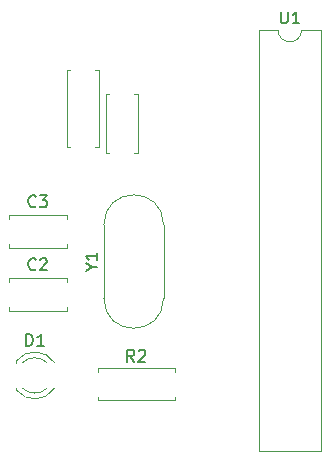
<source format=gbr>
%TF.GenerationSoftware,KiCad,Pcbnew,(6.0.7-1)-1*%
%TF.CreationDate,2022-08-05T12:37:51-05:00*%
%TF.ProjectId,Adafruit NeoPixel 8 Stick,41646166-7275-4697-9420-4e656f506978,rev?*%
%TF.SameCoordinates,Original*%
%TF.FileFunction,Legend,Top*%
%TF.FilePolarity,Positive*%
%FSLAX46Y46*%
G04 Gerber Fmt 4.6, Leading zero omitted, Abs format (unit mm)*
G04 Created by KiCad (PCBNEW (6.0.7-1)-1) date 2022-08-05 12:37:51*
%MOMM*%
%LPD*%
G01*
G04 APERTURE LIST*
%ADD10C,0.150000*%
%ADD11C,0.120000*%
G04 APERTURE END LIST*
D10*
%TO.C,Y1*%
X131833190Y-119866190D02*
X132309380Y-119866190D01*
X131309380Y-120199523D02*
X131833190Y-119866190D01*
X131309380Y-119532857D01*
X132309380Y-118675714D02*
X132309380Y-119247142D01*
X132309380Y-118961428D02*
X131309380Y-118961428D01*
X131452238Y-119056666D01*
X131547476Y-119151904D01*
X131595095Y-119247142D01*
%TO.C,C2*%
X127087333Y-120031142D02*
X127039714Y-120078761D01*
X126896857Y-120126380D01*
X126801619Y-120126380D01*
X126658761Y-120078761D01*
X126563523Y-119983523D01*
X126515904Y-119888285D01*
X126468285Y-119697809D01*
X126468285Y-119554952D01*
X126515904Y-119364476D01*
X126563523Y-119269238D01*
X126658761Y-119174000D01*
X126801619Y-119126380D01*
X126896857Y-119126380D01*
X127039714Y-119174000D01*
X127087333Y-119221619D01*
X127468285Y-119221619D02*
X127515904Y-119174000D01*
X127611142Y-119126380D01*
X127849238Y-119126380D01*
X127944476Y-119174000D01*
X127992095Y-119221619D01*
X128039714Y-119316857D01*
X128039714Y-119412095D01*
X127992095Y-119554952D01*
X127420666Y-120126380D01*
X128039714Y-120126380D01*
%TO.C,D1*%
X126261904Y-126524380D02*
X126261904Y-125524380D01*
X126500000Y-125524380D01*
X126642857Y-125572000D01*
X126738095Y-125667238D01*
X126785714Y-125762476D01*
X126833333Y-125952952D01*
X126833333Y-126095809D01*
X126785714Y-126286285D01*
X126738095Y-126381523D01*
X126642857Y-126476761D01*
X126500000Y-126524380D01*
X126261904Y-126524380D01*
X127785714Y-126524380D02*
X127214285Y-126524380D01*
X127500000Y-126524380D02*
X127500000Y-125524380D01*
X127404761Y-125667238D01*
X127309523Y-125762476D01*
X127214285Y-125810095D01*
%TO.C,U1*%
X147838095Y-98224380D02*
X147838095Y-99033904D01*
X147885714Y-99129142D01*
X147933333Y-99176761D01*
X148028571Y-99224380D01*
X148219047Y-99224380D01*
X148314285Y-99176761D01*
X148361904Y-99129142D01*
X148409523Y-99033904D01*
X148409523Y-98224380D01*
X149409523Y-99224380D02*
X148838095Y-99224380D01*
X149123809Y-99224380D02*
X149123809Y-98224380D01*
X149028571Y-98367238D01*
X148933333Y-98462476D01*
X148838095Y-98510095D01*
%TO.C,R2*%
X135417333Y-127864380D02*
X135084000Y-127388190D01*
X134845904Y-127864380D02*
X134845904Y-126864380D01*
X135226857Y-126864380D01*
X135322095Y-126912000D01*
X135369714Y-126959619D01*
X135417333Y-127054857D01*
X135417333Y-127197714D01*
X135369714Y-127292952D01*
X135322095Y-127340571D01*
X135226857Y-127388190D01*
X134845904Y-127388190D01*
X135798285Y-126959619D02*
X135845904Y-126912000D01*
X135941142Y-126864380D01*
X136179238Y-126864380D01*
X136274476Y-126912000D01*
X136322095Y-126959619D01*
X136369714Y-127054857D01*
X136369714Y-127150095D01*
X136322095Y-127292952D01*
X135750666Y-127864380D01*
X136369714Y-127864380D01*
%TO.C,C3*%
X127087333Y-114697142D02*
X127039714Y-114744761D01*
X126896857Y-114792380D01*
X126801619Y-114792380D01*
X126658761Y-114744761D01*
X126563523Y-114649523D01*
X126515904Y-114554285D01*
X126468285Y-114363809D01*
X126468285Y-114220952D01*
X126515904Y-114030476D01*
X126563523Y-113935238D01*
X126658761Y-113840000D01*
X126801619Y-113792380D01*
X126896857Y-113792380D01*
X127039714Y-113840000D01*
X127087333Y-113887619D01*
X127420666Y-113792380D02*
X128039714Y-113792380D01*
X127706380Y-114173333D01*
X127849238Y-114173333D01*
X127944476Y-114220952D01*
X127992095Y-114268571D01*
X128039714Y-114363809D01*
X128039714Y-114601904D01*
X127992095Y-114697142D01*
X127944476Y-114744761D01*
X127849238Y-114792380D01*
X127563523Y-114792380D01*
X127468285Y-114744761D01*
X127420666Y-114697142D01*
D11*
%TO.C,Y1*%
X132857000Y-122515000D02*
X132857000Y-116265000D01*
X137907000Y-122515000D02*
X137907000Y-116265000D01*
X132857000Y-122515000D02*
G75*
G03*
X137907000Y-122515000I2525000J0D01*
G01*
X137907000Y-116265000D02*
G75*
G03*
X132857000Y-116265000I-2525000J0D01*
G01*
%TO.C,C2*%
X129724000Y-123229000D02*
X129724000Y-123544000D01*
X129724000Y-120804000D02*
X129724000Y-121119000D01*
X124784000Y-123229000D02*
X124784000Y-123544000D01*
X124784000Y-120804000D02*
X129724000Y-120804000D01*
X124784000Y-120804000D02*
X124784000Y-121119000D01*
X124784000Y-123544000D02*
X129724000Y-123544000D01*
%TO.C,D1*%
X125440000Y-127796000D02*
X125440000Y-127952000D01*
X125440000Y-130112000D02*
X125440000Y-130268000D01*
X128041130Y-127952163D02*
G75*
G03*
X125959039Y-127952000I-1041130J-1079837D01*
G01*
X125959039Y-130112000D02*
G75*
G03*
X128041130Y-130111837I1040961J1080000D01*
G01*
X125440000Y-130267516D02*
G75*
G03*
X128672335Y-130110608I1560000J1235516D01*
G01*
X128672335Y-127953392D02*
G75*
G03*
X125440000Y-127796484I-1672335J-1078608D01*
G01*
%TO.C,U1*%
X145950000Y-99772000D02*
X145950000Y-135452000D01*
X151250000Y-135452000D02*
X151250000Y-99772000D01*
X151250000Y-99772000D02*
X149600000Y-99772000D01*
X145950000Y-135452000D02*
X151250000Y-135452000D01*
X147600000Y-99772000D02*
X145950000Y-99772000D01*
X147600000Y-99772000D02*
G75*
G03*
X149600000Y-99772000I1000000J0D01*
G01*
%TO.C,C1*%
X132996000Y-110166000D02*
X132996000Y-105226000D01*
X135736000Y-110166000D02*
X135736000Y-105226000D01*
X135421000Y-110166000D02*
X135736000Y-110166000D01*
X135421000Y-105226000D02*
X135736000Y-105226000D01*
X132996000Y-105226000D02*
X133311000Y-105226000D01*
X132996000Y-110166000D02*
X133311000Y-110166000D01*
%TO.C,R2*%
X132314000Y-128412000D02*
X138854000Y-128412000D01*
X132314000Y-128742000D02*
X132314000Y-128412000D01*
X132314000Y-131152000D02*
X138854000Y-131152000D01*
X138854000Y-131152000D02*
X138854000Y-130822000D01*
X132314000Y-130822000D02*
X132314000Y-131152000D01*
X138854000Y-128412000D02*
X138854000Y-128742000D01*
%TO.C,C3*%
X129724000Y-115470000D02*
X129724000Y-115785000D01*
X124784000Y-115470000D02*
X124784000Y-115785000D01*
X129724000Y-117895000D02*
X129724000Y-118210000D01*
X124784000Y-115470000D02*
X129724000Y-115470000D01*
X124784000Y-117895000D02*
X124784000Y-118210000D01*
X124784000Y-118210000D02*
X129724000Y-118210000D01*
%TO.C,R1*%
X132104000Y-109696000D02*
X132434000Y-109696000D01*
X132434000Y-103156000D02*
X132104000Y-103156000D01*
X129694000Y-109696000D02*
X129694000Y-103156000D01*
X130024000Y-109696000D02*
X129694000Y-109696000D01*
X132434000Y-109696000D02*
X132434000Y-103156000D01*
X129694000Y-103156000D02*
X130024000Y-103156000D01*
%TD*%
M02*

</source>
